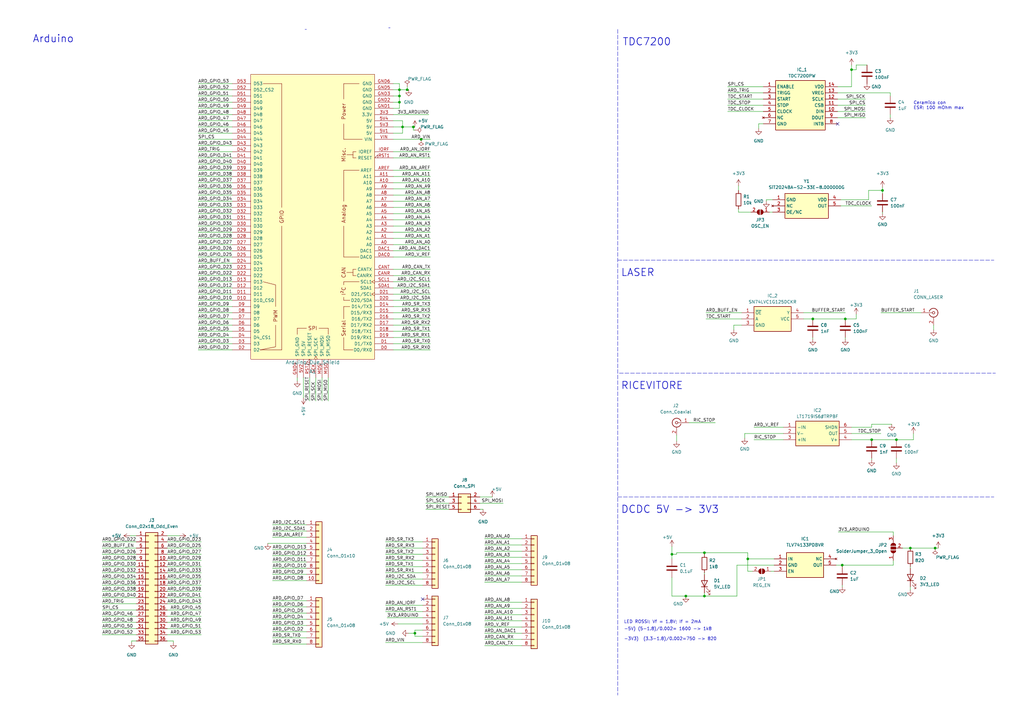
<source format=kicad_sch>
(kicad_sch (version 20211123) (generator eeschema)
  (paper "A3")
  (title_block (title "Progetto di Tesi di Pasin Alessio") (date "14/03/2025") (rev "/"))
  (junction (at 170.18 259.715))
  (junction (at 281.305 244.475))
  (junction (at 361.95 78.105))
  (junction (at 163.83 36.83))
  (junction (at 288.925 226.695))
  (junction (at 163.83 41.91))
  (junction (at 383.54 224.79))
  (junction (at 172.72 57.15))
  (junction (at 333.375 130.81))
  (junction (at 367.665 180.34))
  (junction (at 357.505 180.34))
  (junction (at 373.38 224.79))
  (junction (at 306.705 229.235))
  (junction (at 346.71 130.81))
  (junction (at 275.59 227.33))
  (junction (at 169.545 52.07))
  (junction (at 288.925 244.475))
  (junction (at 349.25 28.575))
  (junction (at 345.44 231.775))
  (junction (at 167.005 36.83))
  (junction (at 163.83 39.37))
  (junction (at 165.1 52.07))
  (no_connect (at 343.535 50.8))
  (no_connect (at 173.355 245.745))
  (wire (pts (xy 82.55 260.35) (xy 68.58 260.35)))
  (wire (pts (xy 163.83 41.91) (xy 163.83 39.37)))
  (wire (pts (xy 81.28 34.29) (xy 95.25 34.29)))
  (wire (pts (xy 163.83 39.37) (xy 163.83 36.83)))
  (wire (pts (xy 82.55 250.19) (xy 68.58 250.19)))
  (wire (pts (xy 161.29 77.47) (xy 176.53 77.47)))
  (wire (pts (xy 351.155 26.67) (xy 351.155 28.575)))
  (wire (pts (xy 82.55 255.27) (xy 68.58 255.27)))
  (wire (pts (xy 121.92 154.94) (xy 121.92 156.21)))
  (wire (pts (xy 82.55 227.33) (xy 68.58 227.33)))
  (wire (pts (xy 81.28 115.57) (xy 95.25 115.57)))
  (wire (pts (xy 161.29 97.79) (xy 176.53 97.79)))
  (wire (pts (xy 124.46 154.94) (xy 124.46 163.195)))
  (wire (pts (xy 275.59 224.155) (xy 275.59 227.33)))
  (wire (pts (xy 81.28 74.93) (xy 95.25 74.93)))
  (wire (pts (xy 161.29 80.01) (xy 176.53 80.01)))
  (wire (pts (xy 167.64 259.715) (xy 170.18 259.715)))
  (wire (pts (xy 134.62 154.94) (xy 134.62 164.465)))
  (polyline (pts (xy 125.095 12.065) (xy 125.73 12.065)))
  (wire (pts (xy 161.29 57.15) (xy 172.72 57.15)))
  (wire (pts (xy 281.305 244.475) (xy 288.925 244.475)))
  (wire (pts (xy 41.91 252.73) (xy 55.88 252.73)))
  (wire (pts (xy 314.325 82.55) (xy 314.325 81.915)))
  (wire (pts (xy 306.705 226.695) (xy 306.705 229.235)))
  (wire (pts (xy 308.61 234.315) (xy 306.705 234.315)))
  (wire (pts (xy 163.83 44.45) (xy 163.83 41.91)))
  (wire (pts (xy 213.995 254.635) (xy 198.755 254.635)))
  (wire (pts (xy 198.755 257.175) (xy 213.995 257.175)))
  (wire (pts (xy 361.95 76.835) (xy 361.95 78.105)))
  (wire (pts (xy 81.28 85.09) (xy 95.25 85.09)))
  (wire (pts (xy 213.995 247.015) (xy 198.755 247.015)))
  (wire (pts (xy 383.54 224.79) (xy 384.81 224.79)))
  (wire (pts (xy 213.995 264.795) (xy 198.755 264.795)))
  (wire (pts (xy 53.34 219.71) (xy 55.88 219.71)))
  (wire (pts (xy 161.29 46.99) (xy 175.895 46.99)))
  (wire (pts (xy 125.73 264.16) (xy 111.76 264.16)))
  (wire (pts (xy 289.56 130.81) (xy 304.165 130.81)))
  (wire (pts (xy 81.28 46.99) (xy 95.25 46.99)))
  (wire (pts (xy 366.395 231.775) (xy 366.395 229.87)))
  (wire (pts (xy 41.91 260.35) (xy 55.88 260.35)))
  (wire (pts (xy 277.495 178.435) (xy 277.495 180.975)))
  (wire (pts (xy 161.29 118.11) (xy 176.53 118.11)))
  (wire (pts (xy 277.495 226.695) (xy 288.925 226.695)))
  (wire (pts (xy 298.45 40.64) (xy 313.055 40.64)))
  (wire (pts (xy 173.355 240.03) (xy 158.115 240.03)))
  (wire (pts (xy 161.29 44.45) (xy 163.83 44.45)))
  (wire (pts (xy 361.95 87.63) (xy 361.95 86.995)))
  (wire (pts (xy 170.18 258.445) (xy 173.355 258.445)))
  (wire (pts (xy 345.44 240.03) (xy 345.44 240.665)))
  (wire (pts (xy 343.535 48.26) (xy 354.965 48.26)))
  (wire (pts (xy 167.005 36.83) (xy 163.83 36.83)))
  (wire (pts (xy 81.28 41.91) (xy 95.25 41.91)))
  (wire (pts (xy 374.65 180.34) (xy 367.665 180.34)))
  (wire (pts (xy 161.29 41.91) (xy 163.83 41.91)))
  (wire (pts (xy 41.91 237.49) (xy 55.88 237.49)))
  (wire (pts (xy 365.125 46.99) (xy 365.125 48.26)))
  (wire (pts (xy 81.28 118.11) (xy 95.25 118.11)))
  (wire (pts (xy 173.355 234.95) (xy 158.115 234.95)))
  (wire (pts (xy 373.38 224.79) (xy 383.54 224.79)))
  (wire (pts (xy 161.29 125.73) (xy 176.53 125.73)))
  (wire (pts (xy 169.545 53.34) (xy 169.545 52.07)))
  (wire (pts (xy 81.28 52.07) (xy 95.25 52.07)))
  (wire (pts (xy 329.565 128.27) (xy 346.71 128.27)))
  (wire (pts (xy 349.25 26.67) (xy 349.25 28.575)))
  (wire (pts (xy 298.45 45.72) (xy 313.055 45.72)))
  (wire (pts (xy 173.355 237.49) (xy 158.115 237.49)))
  (wire (pts (xy 213.995 238.76) (xy 198.755 238.76)))
  (wire (pts (xy 41.91 222.25) (xy 55.88 222.25)))
  (wire (pts (xy 288.925 244.475) (xy 302.26 244.475)))
  (wire (pts (xy 213.995 220.98) (xy 198.755 220.98)))
  (wire (pts (xy 81.28 67.31) (xy 95.25 67.31)))
  (wire (pts (xy 343.789 218.186) (xy 366.395 218.186)))
  (wire (pts (xy 170.18 53.34) (xy 169.545 53.34)))
  (wire (pts (xy 373.38 233.045) (xy 373.38 232.41)))
  (wire (pts (xy 161.29 110.49) (xy 176.53 110.49)))
  (wire (pts (xy 82.55 234.95) (xy 68.58 234.95)))
  (wire (pts (xy 196.85 206.375) (xy 206.375 206.375)))
  (wire (pts (xy 356.235 81.915) (xy 356.235 78.105)))
  (wire (pts (xy 81.28 69.85) (xy 95.25 69.85)))
  (wire (pts (xy 173.355 250.825) (xy 158.115 250.825)))
  (wire (pts (xy 81.28 120.65) (xy 95.25 120.65)))
  (wire (pts (xy 309.245 180.34) (xy 321.31 180.34)))
  (wire (pts (xy 170.18 259.715) (xy 170.18 260.985)))
  (wire (pts (xy 111.76 256.54) (xy 125.73 256.54)))
  (wire (pts (xy 82.55 232.41) (xy 68.58 232.41)))
  (polyline (pts (xy 253.365 12.065) (xy 253.365 285.115)))
  (wire (pts (xy 311.15 52.705) (xy 311.15 50.8)))
  (wire (pts (xy 366.395 231.775) (xy 345.44 231.775)))
  (wire (pts (xy 346.71 130.81) (xy 351.155 130.81)))
  (wire (pts (xy 125.73 261.62) (xy 111.76 261.62)))
  (wire (pts (xy 161.29 54.61) (xy 165.1 54.61)))
  (wire (pts (xy 53.975 263.525) (xy 53.975 262.89)))
  (wire (pts (xy 161.29 64.77) (xy 176.53 64.77)))
  (wire (pts (xy 163.83 34.29) (xy 161.29 34.29)))
  (wire (pts (xy 288.925 235.585) (xy 288.925 234.95)))
  (wire (pts (xy 298.45 43.18) (xy 313.055 43.18)))
  (wire (pts (xy 356.235 78.105) (xy 361.95 78.105)))
  (wire (pts (xy 81.28 133.35) (xy 95.25 133.35)))
  (wire (pts (xy 81.28 54.61) (xy 95.25 54.61)))
  (wire (pts (xy 314.325 81.915) (xy 316.865 81.915)))
  (wire (pts (xy 173.355 253.365) (xy 158.75 253.365)))
  (wire (pts (xy 82.55 247.65) (xy 68.58 247.65)))
  (wire (pts (xy 125.73 217.805) (xy 111.76 217.805)))
  (wire (pts (xy 367.665 187.96) (xy 367.665 189.865)))
  (wire (pts (xy 329.565 130.81) (xy 333.375 130.81)))
  (wire (pts (xy 342.9 231.775) (xy 345.44 231.775)))
  (wire (pts (xy 213.995 252.095) (xy 198.755 252.095)))
  (wire (pts (xy 345.44 231.775) (xy 345.44 232.41)))
  (wire (pts (xy 213.995 223.52) (xy 198.755 223.52)))
  (wire (pts (xy 81.28 87.63) (xy 95.25 87.63)))
  (wire (pts (xy 305.435 177.8) (xy 321.31 177.8)))
  (wire (pts (xy 81.28 105.41) (xy 95.25 105.41)))
  (wire (pts (xy 288.925 226.695) (xy 306.705 226.695)))
  (wire (pts (xy 361.315 128.27) (xy 377.825 128.27)))
  (wire (pts (xy 344.805 81.915) (xy 356.235 81.915)))
  (wire (pts (xy 213.995 249.555) (xy 198.755 249.555)))
  (wire (pts (xy 302.26 231.775) (xy 317.5 231.775)))
  (wire (pts (xy 81.28 62.23) (xy 95.25 62.23)))
  (wire (pts (xy 41.91 234.95) (xy 55.88 234.95)))
  (wire (pts (xy 163.83 36.83) (xy 163.83 34.29)))
  (wire (pts (xy 81.28 82.55) (xy 95.25 82.55)))
  (wire (pts (xy 167.005 35.56) (xy 167.005 36.83)))
  (wire (pts (xy 71.12 262.89) (xy 68.58 262.89)))
  (wire (pts (xy 161.29 90.17) (xy 176.53 90.17)))
  (wire (pts (xy 275.59 227.33) (xy 275.59 229.235)))
  (wire (pts (xy 82.55 224.79) (xy 68.58 224.79)))
  (wire (pts (xy 82.55 257.81) (xy 68.58 257.81)))
  (polyline (pts (xy 253.365 106.68) (xy 407.67 106.68)))
  (wire (pts (xy 41.91 229.87) (xy 55.88 229.87)))
  (wire (pts (xy 357.505 180.34) (xy 367.665 180.34)))
  (wire (pts (xy 81.28 57.15) (xy 95.25 57.15)))
  (wire (pts (xy 213.995 233.68) (xy 198.755 233.68)))
  (wire (pts (xy 357.505 175.26) (xy 349.25 175.26)))
  (wire (pts (xy 173.355 229.87) (xy 158.115 229.87)))
  (wire (pts (xy 41.91 245.11) (xy 55.88 245.11)))
  (wire (pts (xy 282.575 173.355) (xy 293.37 173.355)))
  (wire (pts (xy 161.29 74.93) (xy 176.53 74.93)))
  (wire (pts (xy 176.53 105.41) (xy 161.29 105.41)))
  (wire (pts (xy 81.28 113.03) (xy 95.25 113.03)))
  (wire (pts (xy 343.535 35.56) (xy 349.25 35.56)))
  (wire (pts (xy 173.355 222.25) (xy 158.115 222.25)))
  (wire (pts (xy 298.45 38.1) (xy 313.055 38.1)))
  (wire (pts (xy 343.535 40.64) (xy 354.965 40.64)))
  (wire (pts (xy 111.76 246.38) (xy 125.73 246.38)))
  (wire (pts (xy 346.71 139.065) (xy 346.71 138.43)))
  (wire (pts (xy 41.91 255.27) (xy 55.88 255.27)))
  (wire (pts (xy 306.705 234.315) (xy 306.705 229.235)))
  (wire (pts (xy 41.91 242.57) (xy 55.88 242.57)))
  (wire (pts (xy 333.375 139.065) (xy 333.375 138.43)))
  (wire (pts (xy 161.29 113.03) (xy 176.53 113.03)))
  (wire (pts (xy 41.91 247.65) (xy 55.88 247.65)))
  (wire (pts (xy 196.85 208.915) (xy 198.12 208.915)))
  (wire (pts (xy 161.29 135.89) (xy 176.53 135.89)))
  (wire (pts (xy 111.76 225.425) (xy 125.73 225.425)))
  (wire (pts (xy 132.08 154.94) (xy 132.08 164.465)))
  (wire (pts (xy 196.85 203.835) (xy 201.93 203.835)))
  (wire (pts (xy 81.28 80.01) (xy 95.25 80.01)))
  (wire (pts (xy 129.54 154.94) (xy 129.54 164.465)))
  (wire (pts (xy 165.1 49.53) (xy 165.1 52.07)))
  (wire (pts (xy 161.29 39.37) (xy 163.83 39.37)))
  (wire (pts (xy 306.705 229.235) (xy 317.5 229.235)))
  (wire (pts (xy 81.28 140.97) (xy 95.25 140.97)))
  (polyline (pts (xy 160.02 11.43) (xy 159.385 11.43)))
  (wire (pts (xy 349.25 180.34) (xy 357.505 180.34)))
  (wire (pts (xy 349.25 28.575) (xy 349.25 35.56)))
  (wire (pts (xy 277.495 227.33) (xy 275.59 227.33)))
  (wire (pts (xy 161.29 138.43) (xy 176.53 138.43)))
  (wire (pts (xy 277.495 226.695) (xy 277.495 227.33)))
  (wire (pts (xy 161.29 72.39) (xy 176.53 72.39)))
  (wire (pts (xy 161.29 143.51) (xy 176.53 143.51)))
  (wire (pts (xy 309.245 175.26) (xy 321.31 175.26)))
  (wire (pts (xy 81.28 39.37) (xy 95.25 39.37)))
  (wire (pts (xy 172.72 57.15) (xy 176.53 57.15)))
  (wire (pts (xy 344.805 84.455) (xy 357.505 84.455)))
  (wire (pts (xy 213.995 226.06) (xy 198.755 226.06)))
  (wire (pts (xy 81.28 36.83) (xy 95.25 36.83)))
  (wire (pts (xy 170.18 258.445) (xy 170.18 259.715)))
  (wire (pts (xy 161.29 115.57) (xy 176.53 115.57)))
  (wire (pts (xy 161.29 128.27) (xy 176.53 128.27)))
  (wire (pts (xy 81.28 95.25) (xy 95.25 95.25)))
  (wire (pts (xy 161.29 100.33) (xy 176.53 100.33)))
  (wire (pts (xy 81.28 123.19) (xy 95.25 123.19)))
  (wire (pts (xy 351.155 28.575) (xy 349.25 28.575)))
  (wire (pts (xy 161.29 102.87) (xy 176.53 102.87)))
  (wire (pts (xy 111.76 227.965) (xy 125.73 227.965)))
  (wire (pts (xy 382.905 133.35) (xy 382.905 135.255)))
  (wire (pts (xy 111.76 230.505) (xy 125.73 230.505)))
  (wire (pts (xy 289.56 128.27) (xy 304.165 128.27)))
  (wire (pts (xy 343.535 38.1) (xy 365.125 38.1)))
  (wire (pts (xy 361.95 78.105) (xy 361.95 79.375)))
  (wire (pts (xy 333.375 130.81) (xy 346.71 130.81)))
  (wire (pts (xy 213.995 262.255) (xy 198.755 262.255)))
  (wire (pts (xy 370.205 224.79) (xy 373.38 224.79)))
  (wire (pts (xy 82.55 237.49) (xy 68.58 237.49)))
  (wire (pts (xy 161.29 92.71) (xy 176.53 92.71)))
  (wire (pts (xy 161.29 130.81) (xy 176.53 130.81)))
  (wire (pts (xy 302.26 231.775) (xy 302.26 244.475)))
  (wire (pts (xy 82.55 252.73) (xy 68.58 252.73)))
  (wire (pts (xy 173.355 232.41) (xy 158.115 232.41)))
  (wire (pts (xy 311.15 50.8) (xy 313.055 50.8)))
  (wire (pts (xy 41.91 240.03) (xy 55.88 240.03)))
  (polyline (pts (xy 253.365 203.835) (xy 407.67 203.835)))
  (wire (pts (xy 82.55 242.57) (xy 68.58 242.57)))
  (wire (pts (xy 161.29 36.83) (xy 163.83 36.83)))
  (wire (pts (xy 355.6 26.67) (xy 351.155 26.67)))
  (wire (pts (xy 81.28 92.71) (xy 95.25 92.71)))
  (wire (pts (xy 302.895 86.995) (xy 302.895 85.725)))
  (wire (pts (xy 82.55 222.25) (xy 68.58 222.25)))
  (wire (pts (xy 82.55 240.03) (xy 68.58 240.03)))
  (wire (pts (xy 288.925 243.205) (xy 288.925 244.475)))
  (wire (pts (xy 351.155 128.905) (xy 351.155 130.81)))
  (wire (pts (xy 111.76 235.585) (xy 125.73 235.585)))
  (wire (pts (xy 81.28 102.87) (xy 95.25 102.87)))
  (wire (pts (xy 41.91 250.19) (xy 55.88 250.19)))
  (wire (pts (xy 300.99 135.255) (xy 300.99 133.35)))
  (wire (pts (xy 275.59 236.855) (xy 275.59 244.475)))
  (wire (pts (xy 167.64 36.83) (xy 167.005 36.83)))
  (wire (pts (xy 163.195 255.905) (xy 173.355 255.905)))
  (wire (pts (xy 161.29 85.09) (xy 176.53 85.09)))
  (wire (pts (xy 173.355 260.985) (xy 170.18 260.985)))
  (wire (pts (xy 109.855 222.885) (xy 125.73 222.885)))
  (wire (pts (xy 111.76 248.92) (xy 125.73 248.92)))
  (wire (pts (xy 213.995 236.22) (xy 198.755 236.22)))
  (wire (pts (xy 81.28 110.49) (xy 95.25 110.49)))
  (wire (pts (xy 161.29 82.55) (xy 176.53 82.55)))
  (wire (pts (xy 302.895 76.2) (xy 302.895 78.105)))
  (wire (pts (xy 81.28 59.69) (xy 95.25 59.69)))
  (wire (pts (xy 125.73 215.265) (xy 111.76 215.265)))
  (wire (pts (xy 41.91 232.41) (xy 55.88 232.41)))
  (wire (pts (xy 111.76 259.08) (xy 125.73 259.08)))
  (wire (pts (xy 365.76 173.99) (xy 357.505 173.99)))
  (wire (pts (xy 81.28 143.51) (xy 95.25 143.51)))
  (wire (pts (xy 68.58 219.71) (xy 73.66 219.71)))
  (wire (pts (xy 81.28 138.43) (xy 95.25 138.43)))
  (wire (pts (xy 81.28 125.73) (xy 95.25 125.73)))
  (wire (pts (xy 173.355 248.285) (xy 158.115 248.285)))
  (wire (pts (xy 361.315 177.8) (xy 349.25 177.8)))
  (wire (pts (xy 300.99 133.35) (xy 304.165 133.35)))
  (wire (pts (xy 161.29 133.35) (xy 176.53 133.35)))
  (wire (pts (xy 81.28 135.89) (xy 95.25 135.89)))
  (wire (pts (xy 82.55 245.11) (xy 68.58 245.11)))
  (wire (pts (xy 184.15 203.835) (xy 174.625 203.835)))
  (wire (pts (xy 127 154.94) (xy 127 164.465)))
  (wire (pts (xy 184.15 208.915) (xy 174.625 208.915)))
  (wire (pts (xy 111.76 254) (xy 125.73 254)))
  (wire (pts (xy 315.595 86.995) (xy 316.865 86.995)))
  (wire (pts (xy 71.12 263.525) (xy 71.12 262.89)))
  (wire (pts (xy 161.29 52.07) (xy 165.1 52.07)))
  (wire (pts (xy 161.29 87.63) (xy 176.53 87.63)))
  (wire (pts (xy 161.29 62.23) (xy 176.53 62.23)))
  (wire (pts (xy 343.535 45.72) (xy 354.965 45.72)))
  (wire (pts (xy 343.535 43.18) (xy 354.965 43.18)))
  (wire (pts (xy 365.125 38.1) (xy 365.125 39.37)))
  (wire (pts (xy 81.28 97.79) (xy 95.25 97.79)))
  (wire (pts (xy 125.73 220.345) (xy 111.76 220.345)))
  (wire (pts (xy 41.91 224.79) (xy 55.88 224.79)))
  (wire (pts (xy 41.91 257.81) (xy 55.88 257.81)))
  (wire (pts (xy 373.38 240.665) (xy 373.38 241.935)))
  (wire (pts (xy 81.28 64.77) (xy 95.25 64.77)))
  (wire (pts (xy 111.76 238.125) (xy 125.73 238.125)))
  (wire (pts (xy 53.975 262.89) (xy 55.88 262.89)))
  (wire (pts (xy 307.975 86.995) (xy 302.895 86.995)))
  (wire (pts (xy 81.28 107.95) (xy 95.25 107.95)))
  (wire (pts (xy 357.505 188.595) (xy 357.505 187.96)))
  (wire (pts (xy 281.305 244.475) (xy 275.59 244.475)))
  (wire (pts (xy 82.55 229.87) (xy 68.58 229.87)))
  (wire (pts (xy 366.395 218.186) (xy 366.395 219.71)))
  (wire (pts (xy 213.995 231.14) (xy 198.755 231.14)))
  (wire (pts (xy 357.505 173.99) (xy 357.505 175.26)))
  (wire (pts (xy 316.23 234.315) (xy 317.5 234.315)))
  (wire (pts (xy 169.545 52.07) (xy 170.18 52.07)))
  (wire (pts (xy 81.28 44.45) (xy 95.25 44.45)))
  (wire (pts (xy 161.29 120.65) (xy 176.53 120.65)))
  (wire (pts (xy 161.29 49.53) (xy 165.1 49.53)))
  (wire (pts (xy 161.29 140.97) (xy 176.53 140.97)))
  (wire (pts (xy 81.28 72.39) (xy 95.25 72.39)))
  (wire (pts (xy 173.355 227.33) (xy 158.115 227.33)))
  (wire (pts (xy 374.65 177.8) (xy 374.65 180.34)))
  (wire (pts (xy 81.28 130.81) (xy 95.25 130.81)))
  (wire (pts (xy 81.28 128.27) (xy 95.25 128.27)))
  (wire (pts (xy 213.995 259.715) (xy 198.755 259.715)))
  (wire (pts (xy 111.76 233.045) (xy 125.73 233.045)))
  (wire (pts (xy 161.29 69.85) (xy 176.53 69.85)))
  (wire (pts (xy 173.355 263.525) (xy 158.115 263.525)))
  (wire (pts (xy 161.29 95.25) (xy 176.53 95.25)))
  (wire (pts (xy 41.91 227.33) (xy 55.88 227.33)))
  (wire (pts (xy 81.28 90.17) (xy 95.25 90.17)))
  (wire (pts (xy 288.925 226.695) (xy 288.925 227.33)))
  (wire (pts (xy 81.28 100.33) (xy 95.25 100.33)))
  (wire (pts (xy 81.28 49.53) (xy 95.25 49.53)))
  (wire (pts (xy 298.45 35.56) (xy 313.055 35.56)))
  (wire (pts (xy 165.1 52.07) (xy 169.545 52.07)))
  (wire (pts (xy 305.435 179.705) (xy 305.435 177.8)))
  (wire (pts (xy 81.28 77.47) (xy 95.25 77.47)))
  (wire (pts (xy 111.76 251.46) (xy 125.73 251.46)))
  (wire (pts (xy 213.995 228.6) (xy 198.755 228.6)))
  (wire (pts (xy 161.29 123.19) (xy 176.53 123.19)))
  (wire (pts (xy 173.355 224.79) (xy 158.115 224.79)))
  (polyline (pts (xy 254 153.035) (xy 408.305 153.035)))
  (wire (pts (xy 165.1 52.07) (xy 165.1 54.61)))
  (wire (pts (xy 184.15 206.375) (xy 174.625 206.375)))
  (text "RICEVITORE" (at 254.635 160.02 0) (effects (font (size 3 3) (thickness 0.254) bold) (justify left bottom)))
  (text "-5V) (5-1.8)/0.002= 1600 -> 1k8\n\n-3V3)  (3.3-1.8)/0.002=750 -> 820" (at 255.905 262.89 0) (effects (font (size 1.27 1.27)) (justify left bottom)))
  (text "DCDC 5V -> 3V3" (at 254.635 210.82 0) (effects (font (size 3 3) (thickness 0.254) bold) (justify left bottom)))
  (text "Arduino" (at 13.335 17.78 0) (effects (font (size 3 3) (thickness 0.254) bold) (justify left bottom)))
  (text "LED ROSSI: Vf = 1.8V; If = 2mA" (at 255.905 255.905 0) (effects (font (size 1.27 1.27)) (justify left bottom)))
  (text "LASER" (at 254.635 113.665 0) (effects (font (size 3 3) (thickness 0.254) bold) (justify left bottom)))
  (text "TDC7200" (at 255.27 19.05 0) (effects (font (size 3 3) (thickness 0.254) bold) (justify left bottom)))
  (text "Ceramico con \nESR: 100 mOhm max" (at 374.65 45.085 0) (effects (font (size 1.27 1.27)) (justify left bottom)))
  (label "SPI_MOSI" (at 132.08 164.465 90))
  (label "ARD_GPIO_D23" (at 81.28 110.49 0))
  (label "ARD_I2C_SCL" (at 158.115 240.03 0))
  (label "ARD_GPIO_D12" (at 81.28 118.11 0))
  (label "ARD_AN_A11" (at 176.53 72.39 180))
  (label "ARD_GPIO_D9" (at 81.28 125.73 0))
  (label "ARD_AN_A8" (at 176.53 80.01 180))
  (label "ARD_GPIO_D33" (at 81.28 85.09 0))
  (label "TDC_STOP" (at 361.315 177.8 180))
  (label "ARD_GPIO_D13" (at 81.28 115.57 0))
  (label "ARD_AN_RST1" (at 158.115 250.825 0))
  (label "ARD_SR_RX0" (at 111.76 264.16 0))
  (label "ARD_TRIG" (at 41.91 247.65 0))
  (label "ARD_AN_A7" (at 176.53 82.55 180))
  (label "ARD_GPIO_D31" (at 81.28 90.17 0))
  (label "ARD_VIN" (at 158.115 263.525 0))
  (label "ARD_GPIO_53" (at 81.28 34.29 0))
  (label "SPI_CS" (at 41.91 250.19 0))
  (label "ARD_GPIO_D33" (at 82.55 234.95 180))
  (label "ARD_GPIO_53" (at 82.55 260.35 180))
  (label "SPI_SCK" (at 129.54 164.465 90))
  (label "ARD_SR_RX1" (at 176.53 138.43 180))
  (label "ARD_GPIO_48" (at 41.91 255.27 0))
  (label "ARD_TRIG" (at 81.28 62.23 0))
  (label "ARD_GPIO_D43" (at 81.28 59.69 0))
  (label "TDC_START" (at 289.56 130.81 0))
  (label "ARD_BUFF_EN" (at 41.91 224.79 0))
  (label "ARD_GPIO_D35" (at 82.55 237.49 180))
  (label "ARD_GPIO_D27" (at 82.55 227.33 180))
  (label "ARD_GPIO_D35" (at 81.28 80.01 0))
  (label "TDC_CLOCK" (at 357.505 84.455 180))
  (label "ARD_GPIO_D29" (at 81.28 95.25 0))
  (label "SPI_MOSI" (at 354.965 45.72 180))
  (label "ARD_V_REF" (at 309.245 175.26 0))
  (label "ARD_GPIO_D32" (at 81.28 87.63 0))
  (label "ARD_SR_TX0" (at 111.76 261.62 0))
  (label "ARD_GPIO_D40" (at 41.91 245.11 0))
  (label "SPI_MISO" (at 354.965 48.26 180))
  (label "ARD_GPIO_D8" (at 111.76 238.125 0))
  (label "ARD_V_REF" (at 198.755 257.175 0))
  (label "ARD_GPIO_D9" (at 111.76 235.585 0))
  (label "ARD_AN_AREF" (at 111.76 220.345 0))
  (label "ARD_SR_TX0" (at 176.53 140.97 180))
  (label "ARD_GPIO_D37" (at 82.55 240.03 180))
  (label "ARD_I2C_SDA1" (at 111.76 217.805 0))
  (label "ARD_AN_A2" (at 198.755 226.06 0))
  (label "ARD_GPIO_D39" (at 82.55 242.57 180))
  (label "TDC_STOP" (at 298.45 43.18 0))
  (label "ARD_GPIO_51" (at 81.28 39.37 0))
  (label "3V3_ARDUINO" (at 175.895 46.99 180))
  (label "ARD_TRIG" (at 298.45 38.1 0))
  (label "ARD_GPIO_D10" (at 81.28 123.19 0))
  (label "ARD_GPIO_D41" (at 82.55 245.11 180))
  (label "ARD_CAN_RX" (at 198.755 262.255 0))
  (label "ARD_AN_RST1" (at 176.53 64.77 180))
  (label "ARD_GPIO_D40" (at 81.28 67.31 0))
  (label "RIC_STOP" (at 309.245 180.34 0))
  (label "ARD_AN_AREF" (at 176.53 69.85 180))
  (label "ARD_GPIO_D4" (at 81.28 138.43 0))
  (label "ARD_GPIO_D41" (at 81.28 64.77 0))
  (label "ARD_SR_TX3" (at 158.115 222.25 0))
  (label "ARD_GPIO_49" (at 81.28 44.45 0))
  (label "ARD_GPIO_D6" (at 111.76 248.92 0))
  (label "BUFFER_START" (at 361.315 128.27 0))
  (label "ARD_AN_A6" (at 198.755 236.22 0))
  (label "ARD_AN_A1" (at 198.755 223.52 0))
  (label "SPI_MISO" (at 134.62 164.465 90))
  (label "ARD_GPIO_D28" (at 41.91 229.87 0))
  (label "ARD_GPIO_D22" (at 41.91 222.25 0))
  (label "ARD_I2C_SDA" (at 158.115 237.49 0))
  (label "ARD_GPIO_D11" (at 111.76 230.505 0))
  (label "ARD_GPIO_D30" (at 41.91 232.41 0))
  (label "ARD_I2C_SCL" (at 176.53 120.65 180))
  (label "ARD_AN_A8" (at 198.755 247.015 0))
  (label "ARD_AN_A0" (at 198.755 220.98 0))
  (label "ARD_GPIO_D25" (at 82.55 224.79 180))
  (label "ARD_GPIO_47" (at 82.55 252.73 180))
  (label "ARD_GPIO_D39" (at 81.28 69.85 0))
  (label "ARD_AN_A1" (at 176.53 97.79 180))
  (label "ARD_GPIO_48" (at 81.28 46.99 0))
  (label "ARD_SR_RX3" (at 176.53 128.27 180))
  (label "SPI_MISO" (at 174.625 203.835 0))
  (label "ARD_I2C_SDA1" (at 176.53 118.11 180))
  (label "ARD_GPIO_D5" (at 111.76 251.46 0))
  (label "ARD_GPIO_50" (at 41.91 257.81 0))
  (label "ARD_SR_TX1" (at 176.53 135.89 180))
  (label "ARD_SR_TX3" (at 176.53 125.73 180))
  (label "ARD_GPIO_D31" (at 82.55 232.41 180))
  (label "ARD_GPIO_D27" (at 81.28 100.33 0))
  (label "BUFFER_START" (at 346.71 128.27 180))
  (label "ARD_AN_DAC1" (at 176.53 102.87 180))
  (label "RIC_STOP" (at 293.37 173.355 180))
  (label "ARD_SR_TX2" (at 158.115 227.33 0))
  (label "ARD_AN_A9" (at 176.53 77.47 180))
  (label "SPI_CS" (at 81.28 57.15 0))
  (label "ARD_I2C_SCL1" (at 111.76 215.265 0))
  (label "ARD_GPIO_49" (at 82.55 255.27 180))
  (label "ARD_GPIO_45" (at 82.55 250.19 180))
  (label "ARD_GPIO_D7" (at 81.28 130.81 0))
  (label "ARD_GPIO_D3" (at 81.28 140.97 0))
  (label "SPI_RESET" (at 127 164.465 90))
  (label "3V3_ARDUINO" (at 158.75 253.365 0))
  (label "ARD_AN_A2" (at 176.53 95.25 180))
  (label "ARD_GPIO_D28" (at 81.28 97.79 0))
  (label "ARD_GPIO_D32" (at 41.91 234.95 0))
  (label "ARD_GPIO_D13" (at 111.76 225.425 0))
  (label "ARD_AN_A7" (at 198.755 238.76 0))
  (label "ARD_GPIO_D7" (at 111.76 246.38 0))
  (label "ARD_GPIO_D10" (at 111.76 233.045 0))
  (label "ARD_GPIO_D4" (at 111.76 254 0))
  (label "ARD_GPIO_D30" (at 81.28 92.71 0))
  (label "ARD_GPIO_D29" (at 82.55 229.87 180))
  (label "ARD_I2C_SCL1" (at 176.53 115.57 180))
  (label "ARD_SR_RX3" (at 158.115 224.79 0))
  (label "ARD_GPIO_D34" (at 41.91 237.49 0))
  (label "ARD_GPIO_D34" (at 81.28 82.55 0))
  (label "ARD_GPIO_50" (at 81.28 41.91 0))
  (label "ARD_GPIO_D3" (at 111.76 256.54 0))
  (label "ARD_AN_A10" (at 176.53 74.93 180))
  (label "ARD_GPIO_D26" (at 81.28 102.87 0))
  (label "ARD_GPIO_46" (at 81.28 52.07 0))
  (label "ARD_CAN_TX" (at 176.53 110.49 180))
  (label "SPI_CS" (at 354.965 43.18 180))
  (label "ARD_GPIO_D26" (at 41.91 227.33 0))
  (label "ARD_GPIO_D43" (at 82.55 247.65 180))
  (label "ARD_CAN_TX" (at 198.8627 264.795 0))
  (label "ARD_AN_IORF" (at 158.115 248.285 0))
  (label "ARD_SR_RX1" (at 158.115 234.95 0))
  (label "ARD_AN_A11" (at 198.755 254.635 0))
  (label "ARD_GPIO_47" (at 81.28 49.53 0))
  (label "TDC_CLOCK" (at 298.45 45.72 0))
  (label "ARD_GPIO_51" (at 82.55 257.81 180))
  (label "ARD_GPIO_D6" (at 81.28 133.35 0))
  (label "ARD_GPIO_52" (at 41.91 260.35 0))
  (label "TDC_START" (at 298.45 40.64 0))
  (label "ARD_GPIO_52" (at 81.28 36.83 0))
  (label "ARD_VIN" (at 176.53 57.15 180))
  (label "ARD_AN_A4" (at 176.53 90.17 180))
  (label "ARD_GPIO_D22" (at 81.28 113.03 0))
  (label "ARD_SR_RX2" (at 158.115 229.87 0))
  (label "ARD_AN_A10" (at 198.755 252.095 0))
  (label "ARD_SR_TX2" (at 176.53 130.81 180))
  (label "ARD_GPIO_D25" (at 81.28 105.41 0))
  (label "ARD_GPIO_D8" (at 81.28 128.27 0))
  (label "SPI_SCK" (at 354.965 40.64 180))
  (label "ARD_GPIO_D2" (at 111.76 259.08 0))
  (label "SPI_CS" (at 298.45 35.56 0))
  (label "ARD_GPIO_D36" (at 81.28 77.47 0))
  (label "ARD_AN_A0" (at 176.53 100.33 180))
  (label "ARD_GPIO_D36" (at 41.91 240.03 0))
  (label "ARD_GPIO_D23" (at 82.55 222.25 180))
  (label "SPI_SCK" (at 174.625 206.375 0))
  (label "ARD_AN_IORF" (at 176.53 62.23 180))
  (label "ARD_SR_RX2" (at 176.53 133.35 180))
  (label "ARD_GPIO_45" (at 81.28 54.61 0))
  (label "ARD_GPIO_D38" (at 81.28 72.39 0))
  (label "3V3_ARDUINO" (at 343.789 218.186 0))
  (label "ARD_CAN_RX" (at 176.53 113.03 180))
  (label "ARD_AN_A3" (at 198.755 228.6 0))
  (label "ARD_AN_DAC1" (at 198.755 259.715 0))
  (label "ARD_GPIO_D38" (at 41.91 242.57 0))
  (label "ARD_AN_A6" (at 176.53 85.09 180))
  (label "ARD_BUFF_EN" (at 81.28 107.95 0))
  (label "ARD_GPIO_D12" (at 111.76 227.965 0))
  (label "ARD_GPIO_46" (at 41.91 252.73 0))
  (label "ARD_SR_RX0" (at 176.53 143.51 180))
  (label "ARD_AN_A4" (at 198.755 231.14 0))
  (label "ARD_GPIO_D2" (at 81.28 143.51 0))
  (label "ARD_AN_A3" (at 176.53 92.71 180))
  (label "ARD_SR_TX1" (at 158.115 232.41 0))
  (label "SPI_RESET" (at 174.625 208.915 0))
  (label "ARD_AN_A9" (at 198.755 249.555 0))
  (label "ARD_BUFF_EN" (at 289.56 128.27 0))
  (label "ARD_AN_A5" (at 176.53 87.63 180))
  (label "ARD_V_REF" (at 176.53 105.41 180))
  (label "ARD_GPIO_D37" (at 81.28 74.93 0))
  (label "ARD_GPIO_D11" (at 81.28 120.65 0))
  (label "ARD_GPIO_D5" (at 81.28 135.89 0))
  (label "ARD_I2C_SDA" (at 176.53 123.19 180))
  (label "SPI_MOSI" (at 206.375 206.375 180))
  (label "ARD_AN_A5" (at 198.755 233.68 0))
  (symbol (lib_id "power:GND") (at 305.435 179.705 0) (unit 1)
    (property "Reference" "#PWR04" (effects hide))
    (property "Value" "GND" (at 305.435 184.15 0))
  )
  (symbol (lib_id "Device:R") (at 288.925 231.14 0) (unit 1)
    (property "Reference" "R2" (at 290.83 229.8699 0) (effects (justify left)))
    (property "Value" "1k8" (at 290.83 232.4099 0) (effects (justify left)))
    (property "Footprint" "Resistor_SMD:R_0805_2012Metric" (effects hide))
  )
  (symbol (lib_id "power:+5V") (at 124.46 163.195 180) (unit 1)
    (property "Reference" "#PWR0108" (effects hide))
    (property "Value" "+5V" (at 124.46 170.815 90) (effects (justify right)))
  )
  (symbol (lib_id "power:+5V") (at 73.66 219.71 270) (mirror x) (unit 1)
    (property "Reference" "#PWR0115" (effects hide))
    (property "Value" "+5V" (at 79.375 219.71 90))
  )
  (symbol (lib_id "Connector_Generic:Conn_01x08") (at 178.435 229.87 0) (unit 1)
    (property "Reference" "J6" (at 181.61 229.8699 0) (effects (justify left)))
    (property "Value" "Conn_01x08" (at 181.61 232.4099 0) (effects (justify left)))
    (property "Footprint" "Connector_PinSocket_2.54mm:PinSocket_1x08_P2.54mm_Vertical" (effects hide))
  )
  (symbol (lib_id "power:GND") (at 71.12 263.525 0) (unit 1)
    (property "Reference" "#PWR0113" (effects hide))
    (property "Value" "GND" (at 71.12 268.605 0))
  )
  (symbol (lib_id "Connector:Conn_Coaxial") (at 382.905 128.27 0) (unit 1)
    (property "Reference" "J1" (at 374.65 119.38 0) (effects (justify left)))
    (property "Value" "CONN_LASER" (at 374.65 121.92 0) (effects (justify left)))
    (property "Footprint" "Connector_Coaxial:SMA_Molex_73251-1153_EdgeMount_Horizontal" (effects hide))
    (property "Datasheet" " ~" (effects hide))
  )
  (symbol (lib_id "Device:C") (at 361.95 83.185 0) (unit 1)
    (property "Reference" "C7" (at 365.125 81.9149 0) (effects (justify left)))
    (property "Value" "100nF" (at 365.125 84.4549 0) (effects (justify left)))
    (property "Footprint" "Capacitor_SMD:C_0805_2012Metric" (effects hide))
  )
  (symbol (lib_id "power:+5V") (at 163.195 255.905 90) (unit 1)
    (property "Reference" "#PWR0117" (effects hide))
    (property "Value" "+5V" (at 157.48 255.905 90))
  )
  (symbol (lib_id "power:+3V3") (at 374.65 177.8 0) (unit 1)
    (property "Reference" "#PWR011" (effects hide))
    (property "Value" "+3V3" (at 374.65 173.99 0))
  )
  (symbol (lib_id "power:GND") (at 277.495 180.975 0) (unit 1)
    (property "Reference" "#PWR02" (effects hide))
    (property "Value" "GND" (at 277.495 185.42 0))
  )
  (symbol (lib_id "power:+5V") (at 53.34 219.71 90) (unit 1)
    (property "Reference" "#PWR0112" (effects hide))
    (property "Value" "+5V" (at 47.625 219.71 90))
  )
  (symbol (lib_id "Device:C") (at 345.44 236.22 0) (unit 1)
    (property "Reference" "C2" (at 348.615 234.9499 0) (effects (justify left)))
    (property "Value" "1uF" (at 348.615 237.4899 0) (effects (justify left)))
    (property "Footprint" "Capacitor_SMD:C_0805_2012Metric" (effects hide))
  )
  (symbol (lib_id "power:PWR_FLAG") (at 167.005 35.56 0) (unit 1)
    (property "Reference" "#FLG0103" (effects hide))
    (property "Value" "PWR_FLAG" (at 172.085 32.385 0))
  )
  (symbol (lib_id "Libreria_componenti:LT1719IS6#TRPBF") (at 321.31 175.26 0) (unit 1)
    (property "Reference" "IC2" (at 335.28 168.275 0))
    (property "Value" "LT1719IS6#TRPBF" (at 335.28 170.815 0))
    (property "Footprint" "Libreria_componenti_footprint:SOT95P280X100-6N" (effects hide))
    (property "Datasheet" "Datasheet/LT1719IS6.pdf" (effects hide))
    (property "Height" "1" (effects hide))
    (property "Mouser Part Number" "584-LT1719IS6#TRPBF" (effects hide))
    (property "Mouser Price/Stock" "https://www.mouser.co.uk/ProductDetail/Analog-Devices/LT1719IS6TRPBF?qs=ytflclh7QUW7a8zSEpHCoA%3D%3D" (effects hide))
    (property "Manufacturer_Name" "Analog Devices" (effects hide))
    (property "Manufacturer_Part_Number" "LT1719IS6#TRPBF" (effects hide))
  )
  (symbol (lib_id "power:GND") (at 167.64 36.83 0) (unit 1)
    (property "Reference" "#PWR01" (effects hide))
    (property "Value" "GND" (at 167.64 41.91 0))
  )
  (symbol (lib_id "power:GND") (at 345.44 240.665 0) (unit 1)
    (property "Reference" "#PWR0104" (effects hide))
    (property "Value" "GND" (at 342.265 242.57 0))
  )
  (symbol (lib_id "arduino-library:Arduino_Due_Shield") (at 128.27 88.9 180) (unit 1)
    (property "Reference" "A1" (at 128.27 152.4 0) (effects (font (size 1.524 1.524))))
    (property "Value" "Arduino_Due_Shield" (at 128.27 148.59 0) (effects (font (size 1.524 1.524))))
    (property "Footprint" "arduino-library:Arduino_Due_Shield" (effects hide))
    (property "Datasheet" "https://docs.arduino.cc/hardware/due" (effects hide))
  )
  (symbol (lib_id "power:GND") (at 365.76 173.99 0) (unit 1)
    (property "Reference" "#PWR0121" (effects hide))
    (property "Value" "GND" (at 365.76 178.435 0))
  )
  (symbol (lib_id "power:GND") (at 167.64 259.715 270) (unit 1)
    (property "Reference" "#PWR0118" (effects hide))
    (property "Value" "GND" (at 158.115 259.715 90) (effects (justify left)))
  )
  (symbol (lib_id "power:GND") (at 198.12 208.915 0) (unit 1)
    (property "Reference" "#PWR0110" (effects hide))
    (property "Value" "GND" (at 198.12 213.995 0))
  )
  (symbol (lib_id "Device:C") (at 365.125 43.18 0) (unit 1)
    (property "Reference" "C4" (at 368.3 41.9099 0) (effects (justify left)))
    (property "Value" "1uF" (at 368.3 44.4499 0) (effects (justify left)))
    (property "Footprint" "Capacitor_SMD:C_0805_2012Metric" (effects hide))
    (property "Dettagli" "Ceramico con ESR: 100 mOhm max" (effects hide))
  )
  (symbol (lib_id "Device:LED") (at 288.925 239.395 90) (unit 1)
    (property "Reference" "D1" (at 292.735 238.125 90) (effects (justify right)))
    (property "Value" "5V_LED" (at 292.735 240.665 90) (effects (justify right)))
    (property "Footprint" "LED_SMD:LED_0805_2012Metric" (effects hide))
    (property "Datasheet" "https://www.mouser.it/ProductDetail/ROHM-Semiconductor/SML-211UTT86?qs=sGAEpiMZZMvVL5Kk7ZYykVdSwGyztViFI9D9wmJcYhM%3D" (effects hide))
  )
  (symbol (lib_id "power:GND") (at 300.99 135.255 0) (unit 1)
    (property "Reference" "#PWR03" (effects hide))
    (property "Value" "GND" (at 300.99 139.7 0))
  )
  (symbol (lib_id "Device:C") (at 333.375 134.62 0) (unit 1)
    (property "Reference" "C8" (at 336.55 133.3499 0) (effects (justify left)))
    (property "Value" "1nF" (at 336.55 135.8899 0) (effects (justify left)))
    (property "Footprint" "Capacitor_SMD:C_0805_2012Metric" (effects hide))
  )
  (symbol (lib_id "Device:C") (at 275.59 233.045 0) (unit 1)
    (property "Reference" "C1" (at 278.765 231.7749 0) (effects (justify left)))
    (property "Value" "0.1uF" (at 278.765 234.3149 0) (effects (justify left)))
    (property "Footprint" "Capacitor_SMD:C_0805_2012Metric" (effects hide))
  )
  (symbol (lib_id "Libreria_componenti:TDC7200PW") (at 313.055 35.56 0) (unit 1)
    (property "Reference" "IC_1" (at 328.93 28.575 0))
    (property "Value" "TDC7200PW" (at 328.93 31.115 0))
    (property "Footprint" "Libreria_componenti_footprint:SOP65P640X120-14N" (effects hide))
    (property "Datasheet" "Datasheet/tdc7200.pdf" (effects hide))
    (property "Footprint_1" "SOP65P640X120-14N" (effects hide))
    (property "Height" "1.2" (effects hide))
    (property "Mouser Part Number" "595-TDC7200PW" (effects hide))
    (property "Mouser Price/Stock" "https://www.mouser.co.uk/ProductDetail/Texas-Instruments/TDC7200PW?qs=Q2snjRlG%2FBIHkOu3cFqg1g%3D%3D" (effects hide))
    (property "Manufacturer_Name" "Texas Instruments" (effects hide))
    (property "Manufacturer_Part_Number" "TDC7200PW" (effects hide))
  )
  (symbol (lib_id "power:PWR_FLAG") (at 383.54 224.79 180) (unit 1)
    (property "Reference" "#FLG0101" (effects hide))
    (property "Value" "PWR_FLAG" (at 388.62 228.6 0))
  )
  (symbol (lib_id "Connector_Generic:Conn_01x08") (at 130.81 254 0) (unit 1)
    (property "Reference" "J5" (at 133.985 253.9999 0) (effects (justify left)))
    (property "Value" "Conn_01x08" (at 133.985 256.5399 0) (effects (justify left)))
    (property "Footprint" "Connector_PinSocket_2.54mm:PinSocket_1x08_P2.54mm_Vertical" (effects hide))
  )
  (symbol (lib_id "Jumper:SolderJumper_2_Open") (at 312.42 234.315 180) (unit 1)
    (property "Reference" "JP1" (at 312.42 237.49 0))
    (property "Value" "REG_EN" (at 312.42 240.03 0))
    (property "Footprint" "Jumper:SolderJumper-2_P1.3mm_Open_RoundedPad1.0x1.5mm" (effects hide))
  )
  (symbol (lib_id "power:GND") (at 346.71 139.065 0) (unit 1)
    (property "Reference" "#PWR07" (effects hide))
    (property "Value" "GND" (at 346.71 143.51 0))
  )
  (symbol (lib_id "power:+3V3") (at 351.155 128.905 0) (unit 1)
    (property "Reference" "#PWR08" (effects hide))
    (property "Value" "+3V3" (at 351.155 125.095 0))
  )
  (symbol (lib_id "power:GND") (at 109.855 222.885 0) (unit 1)
    (property "Reference" "#PWR0116" (effects hide))
    (property "Value" "GND" (at 104.14 224.79 0) (effects (justify left)))
  )
  (symbol (lib_id "power:GND") (at 311.15 52.705 0) (unit 1)
    (property "Reference" "#PWR0106" (effects hide))
    (property "Value" "GND" (at 311.15 57.785 0))
  )
  (symbol (lib_id "Device:R") (at 302.895 81.915 0) (unit 1)
    (property "Reference" "R1" (at 304.8 80.6449 0) (effects (justify left)))
    (property "Value" "10k" (at 304.8 83.1849 0) (effects (justify left)))
    (property "Footprint" "Resistor_SMD:R_0805_2012Metric" (effects hide))
  )
  (symbol (lib_id "power:GND") (at 365.125 48.26 0) (unit 1)
    (property "Reference" "#PWR05" (effects hide))
    (property "Value" "GND" (at 365.125 53.34 0))
  )
  (symbol (lib_id "power:+3V3") (at 349.25 26.67 0) (unit 1)
    (property "Reference" "#PWR0107" (effects hide))
    (property "Value" "+3V3" (at 349.25 21.59 0))
  )
  (symbol (lib_id "power:GND") (at 357.505 188.595 0) (unit 1)
    (property "Reference" "#PWR0120" (effects hide))
    (property "Value" "GND" (at 357.505 193.04 0))
  )
  (symbol (lib_id "Libreria_componenti:TLV74133PDBVR") (at 317.5 229.235 0) (unit 1)
    (property "Reference" "IC1" (at 330.2 220.98 0))
    (property "Value" "TLV74133PDBVR" (at 330.2 223.52 0))
    (property "Footprint" "Libreria_componenti_footprint:SOT95P280X145-5N" (effects hide))
    (property "Datasheet" "Datasheet/tlv741p.pdf" (effects hide))
    (property "Height" "1.45" (effects hide))
    (property "Mouser Part Number" "595-TLV74133PDBVR" (effects hide))
    (property "Mouser Price/Stock" "https://www.mouser.co.uk/ProductDetail/Texas-Instruments/TLV74133PDBVR?qs=EU6FO9ffTwd%252Bkie4AO1Iww%3D%3D" (effects hide))
    (property "Manufacturer_Name" "Texas Instruments" (effects hide))
    (property "Manufacturer_Part_Number" "TLV74133PDBVR" (effects hide))
  )
  (symbol (lib_id "power:+3V3") (at 384.81 224.79 0) (unit 1)
    (property "Reference" "#PWR0105" (effects hide))
    (property "Value" "+3V3" (at 384.81 219.71 0))
  )
  (symbol (lib_id "power:GND") (at 53.975 263.525 0) (unit 1)
    (property "Reference" "#PWR0114" (effects hide))
    (property "Value" "GND" (at 53.975 268.605 0))
  )
  (symbol (lib_id "power:GND") (at 361.95 87.63 0) (unit 1)
    (property "Reference" "#PWR015" (effects hide))
    (property "Value" "GND" (at 361.95 92.075 0))
  )
  (symbol (lib_id "Connector:Conn_Coaxial") (at 277.495 173.355 0) (mirror y) (unit 1)
    (property "Reference" "J2" (at 277.1776 166.37 0))
    (property "Value" "Conn_Coaxial" (at 277.1776 168.91 0))
    (property "Footprint" "Connector_Coaxial:SMA_Molex_73251-1153_EdgeMount_Horizontal" (effects hide))
    (property "Datasheet" " ~" (effects hide))
  )
  (symbol (lib_id "Device:LED") (at 373.38 236.855 90) (unit 1)
    (property "Reference" "D2" (at 377.19 237.1724 90) (effects (justify right)))
    (property "Value" "3V3_LED" (at 377.19 239.7124 90) (effects (justify right)))
    (property "Footprint" "LED_SMD:LED_0805_2012Metric" (effects hide))
  )
  (symbol (lib_id "power:GND") (at 314.325 82.55 0) (unit 1)
    (property "Reference" "#PWR09" (effects hide))
    (property "Value" "GND" (at 311.15 82.55 0))
  )
  (symbol (lib_id "Device:C") (at 367.665 184.15 0) (unit 1)
    (property "Reference" "C6" (at 370.84 182.8799 0) (effects (justify left)))
    (property "Value" "100nF" (at 370.84 185.4199 0) (effects (justify left)))
    (property "Footprint" "Capacitor_SMD:C_0805_2012Metric" (effects hide))
  )
  (symbol (lib_id "Connector_Generic:Conn_01x08") (at 219.075 228.6 0) (unit 1)
    (property "Reference" "J9" (at 222.25 228.5999 0) (effects (justify left)))
    (property "Value" "Conn_01x08" (at 222.25 231.1399 0) (effects (justify left)))
    (property "Footprint" "Connector_PinSocket_2.54mm:PinSocket_1x08_P2.54mm_Vertical" (effects hide))
  )
  (symbol (lib_id "power:GND") (at 281.305 244.475 0) (unit 1)
    (property "Reference" "#PWR0101" (effects hide))
    (property "Value" "GND" (at 278.13 247.65 0))
  )
  (symbol (lib_id "power:GND") (at 382.905 135.255 0) (unit 1)
    (property "Reference" "#PWR013" (effects hide))
    (property "Value" "GND" (at 382.905 139.7 0))
  )
  (symbol (lib_id "power:+5V") (at 201.93 203.835 0) (unit 1)
    (property "Reference" "#PWR0111" (effects hide))
    (property "Value" "+5V" (at 205.74 200.66 0) (effects (justify right)))
  )
  (symbol (lib_id "power:GND") (at 373.38 241.935 0) (unit 1)
    (property "Reference" "#PWR016" (effects hide))
    (property "Value" "GND" (at 370.205 243.84 0))
  )
  (symbol (lib_id "power:GND") (at 333.375 139.065 0) (unit 1)
    (property "Reference" "#PWR0122" (effects hide))
    (property "Value" "GND" (at 333.375 143.51 0))
  )
  (symbol (lib_id "power:PWR_FLAG") (at 170.18 53.34 270) (unit 1)
    (property "Reference" "#FLG01" (effects hide))
    (property "Value" "PWR_FLAG" (at 177.165 52.07 90))
  )
  (symbol (lib_id "Device:C") (at 346.71 134.62 0) (unit 1)
    (property "Reference" "C5" (at 349.885 133.3499 0) (effects (justify left)))
    (property "Value" "100nF" (at 349.885 135.8899 0) (effects (justify left)))
    (property "Footprint" "Capacitor_SMD:C_0805_2012Metric" (effects hide))
  )
  (symbol (lib_id "Device:C") (at 355.6 30.48 0) (unit 1)
    (property "Reference" "C3" (at 358.775 29.2099 0) (effects (justify left)))
    (property "Value" "100nF" (at 358.775 31.7499 0) (effects (justify left)))
    (property "Footprint" "Capacitor_SMD:C_0805_2012Metric" (effects hide))
  )
  (symbol (lib_id "Connector_Generic:Conn_01x10") (at 130.81 225.425 0) (unit 1)
    (property "Reference" "J4" (at 133.985 225.4249 0) (effects (justify left)))
    (property "Value" "Conn_01x10" (at 133.985 227.9649 0) (effects (justify left)))
    (property "Footprint" "Connector_PinSocket_2.54mm:PinSocket_1x10_P2.54mm_Vertical" (effects hide))
  )
  (symbol (lib_id "power:GND") (at 367.665 189.865 0) (unit 1)
    (property "Reference" "#PWR012" (effects hide))
    (property "Value" "GND" (at 367.665 194.31 0))
  )
  (symbol (lib_id "Libreria_componenti:SiT2024BA-S2-33E-8.000000G") (at 316.865 81.915 0) (unit 1)
    (property "Reference" "Y1" (at 330.835 74.295 0))
    (property "Value" "SiT2024BA-S2-33E-8.000000G" (at 330.835 76.835 0))
    (property "Footprint" "Libreria_componenti_footprint:SOT95P280X145-5N" (effects hide))
    (property "Datasheet" "Datasheet/SiT2024B.pdf" (effects hide))
    (property "Footprint_1" "SOT95P280X145-5N" (effects hide))
    (property "Height" "1.45" (effects hide))
    (property "Mouser Part Number" "788-2024BA-S2-33E-8G" (effects hide))
    (property "Mouser Price/Stock" "https://www.mouser.co.uk/ProductDetail/SiTime/SiT2024BA-S2-33E-8.000000G?qs=dMZC7um9hO%2FirfxPzzDefA%3D%3D" (effects hide))
    (property "Manufacturer_Name" "SiTime" (effects hide))
    (property "Manufacturer_Part_Number" "SiT2024BA-S2-33E-8.000000G" (effects hide))
  )
  (symbol (lib_id "Connector_Generic:Conn_02x03_Odd_Even") (at 189.23 206.375 0) (unit 1)
    (property "Reference" "J8" (at 190.5 196.85 0))
    (property "Value" "Conn_SPI" (at 190.5 199.39 0))
    (property "Footprint" "Connector_PinSocket_2.54mm:PinSocket_2x03_P2.54mm_Vertical" (effects hide))
  )
  (symbol (lib_id "power:+5V") (at 170.18 52.07 0) (unit 1)
    (property "Reference" "#PWR0103" (effects hide))
    (property "Value" "+5V" (at 173.355 49.53 0))
  )
  (symbol (lib_id "power:+3V3") (at 361.95 76.835 0) (unit 1)
    (property "Reference" "#PWR014" (effects hide))
    (property "Value" "+3V3" (at 361.95 71.12 0))
  )
  (symbol (lib_id "power:GND") (at 355.6 34.29 0) (unit 1)
    (property "Reference" "#PWR0119" (effects hide))
    (property "Value" "GND" (at 359.41 35.56 0))
  )
  (symbol (lib_id "power:+3V3") (at 302.895 76.2 0) (unit 1)
    (property "Reference" "#PWR06" (effects hide))
    (property "Value" "+3V3" (at 302.895 71.12 0))
  )
  (symbol (lib_id "Jumper:SolderJumper_3_Open") (at 366.395 224.79 90) (unit 1)
    (property "Reference" "JP2" (at 363.855 223.5199 90) (effects (justify left)))
    (property "Value" "SolderJumper_3_Open" (at 363.855 226.0599 90) (effects (justify left)))
    (property "Footprint" "Jumper:SolderJumper-3_P1.3mm_Open_Pad1.0x1.5mm_NumberLabels" (effects hide))
  )
  (symbol (lib_id "Jumper:SolderJumper_2_Open") (at 311.785 86.995 180) (unit 1)
    (property "Reference" "JP3" (at 311.785 90.17 0))
    (property "Value" "OSC_EN" (at 311.785 92.71 0))
    (property "Footprint" "Jumper:SolderJumper-2_P1.3mm_Open_RoundedPad1.0x1.5mm" (effects hide))
  )
  (symbol (lib_id "Device:R") (at 373.38 228.6 0) (unit 1)
    (property "Reference" "R3" (at 375.285 227.3299 0) (effects (justify left)))
    (property "Value" "820" (at 375.285 229.8699 0) (effects (justify left)))
    (property "Footprint" "Resistor_SMD:R_0805_2012Metric" (effects hide))
  )
  (symbol (lib_id "Connector_Generic:Conn_01x08") (at 219.075 254.635 0) (unit 1)
    (property "Reference" "J10" (at 222.25 254.6349 0) (effects (justify left)))
    (property "Value" "Conn_01x08" (at 222.25 257.1749 0) (effects (justify left)))
    (property "Footprint" "Connector_PinSocket_2.54mm:PinSocket_1x08_P2.54mm_Vertical" (effects hide))
  )
  (symbol (lib_id "Libreria_componenti:SN74LVC1G125DCKR") (at 304.165 128.27 0) (unit 1)
    (property "Reference" "IC_2" (at 316.865 121.285 0))
    (property "Value" "SN74LVC1G125DCKR" (at 316.865 123.825 0))
    (property "Footprint" "Libreria_componenti_footprint:SOT65P210X110-5N" (effects hide))
    (property "Datasheet" "Datasheet/sn74lvc1g125.pdf" (effects hide))
    (property "Footprint_1" "SOT65P210X110-5N" (effects hide))
    (property "Height" "1.1" (effects hide))
    (property "Mouser Part Number" "595-SN74LVC1G125DCKR" (effects hide))
    (property "Mouser Price/Stock" "https://www.mouser.co.uk/ProductDetail/Texas-Instruments/SN74LVC1G125DCKR?qs=dT9u2OTAaVUrYF5qV08%2Fhw%3D%3D" (effects hide))
    (property "Manufacturer_Name" "Texas Instruments" (effects hide))
    (property "Manufacturer_Part_Number" "SN74LVC1G125DCKR" (effects hide))
  )
  (symbol (lib_id "Connector_Generic:Conn_01x08") (at 178.435 253.365 0) (unit 1)
    (property "Reference" "J7" (at 181.61 253.3649 0) (effects (justify left)))
    (property "Value" "Conn_01x08" (at 181.61 255.9049 0) (effects (justify left)))
    (property "Footprint" "Connector_PinSocket_2.54mm:PinSocket_1x08_P2.54mm_Vertical" (effects hide))
  )
  (symbol (lib_id "Connector_Generic:Conn_02x18_Odd_Even") (at 60.96 240.03 0) (unit 1)
    (property "Reference" "J3" (at 62.23 213.36 0))
    (property "Value" "Conn_02x18_Odd_Even" (at 62.23 215.9 0))
    (property "Footprint" "Connector_PinSocket_2.54mm:PinSocket_2x18_P2.54mm_Vertical" (effects hide))
  )
  (symbol (lib_id "power:PWR_FLAG") (at 172.72 57.15 180) (unit 1)
    (property "Reference" "#FLG0102" (effects hide))
    (property "Value" "PWR_FLAG" (at 179.07 59.055 0))
  )
  (symbol (lib_id "power:GND") (at 121.92 156.21 0) (unit 1)
    (property "Reference" "#PWR0109" (effects hide))
    (property "Value" "GND" (at 121.92 161.29 0))
  )
  (symbol (lib_id "Device:C") (at 357.505 184.15 0) (unit 1)
    (property "Reference" "C9" (at 360.68 182.8799 0) (effects (justify left)))
    (property "Value" "1nF" (at 360.68 185.4199 0) (effects (justify left)))
    (property "Footprint" "Capacitor_SMD:C_0805_2012Metric" (effects hide))
  )
  (symbol (lib_id "power:+5V") (at 275.59 224.155 0) (unit 1)
    (property "Reference" "#PWR0102" (effects hide))
    (property "Value" "+5V" (at 273.685 220.345 0))
  )
)
</source>
